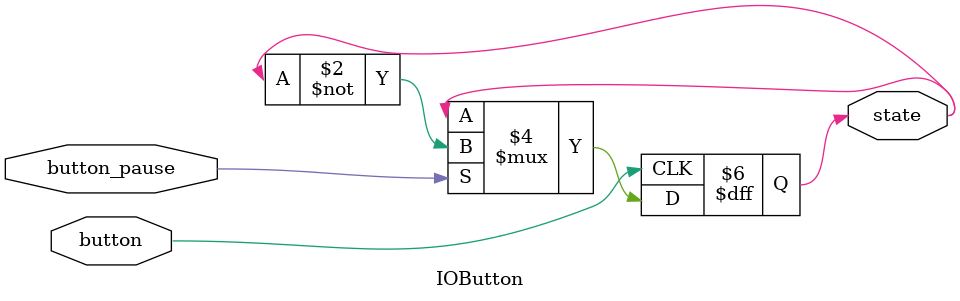
<source format=v>
module IOButton (input wire button, input wire button_pause, output reg state);

initial begin
	state = 0;
end

always @ (negedge button) begin
	if(button_pause) begin
		state <= ~state;
	end
end

endmodule

</source>
